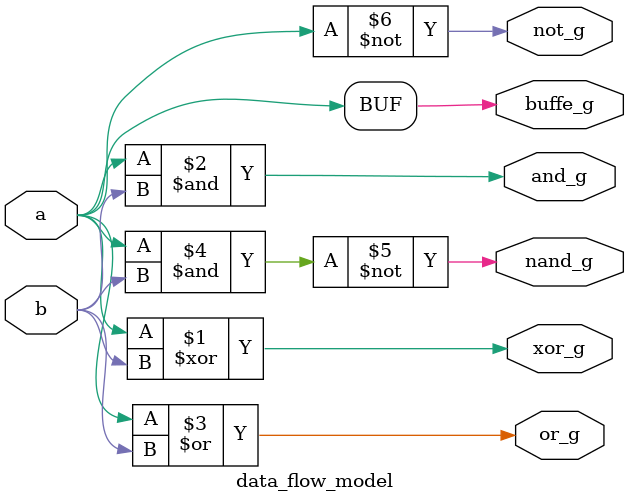
<source format=v>
`timescale 1ns / 1ps


module data_flow_model(
input a,b,
output xor_g,and_g,not_g,buffe_g,or_g,nand_g
    );
 assign xor_g=a^b;
 assign and_g=a&b;
 assign or_g=a|b;
 assign nand_g=~(a&b);
 assign buffe_g=a;
 assign not_g=~a;   
endmodule

</source>
